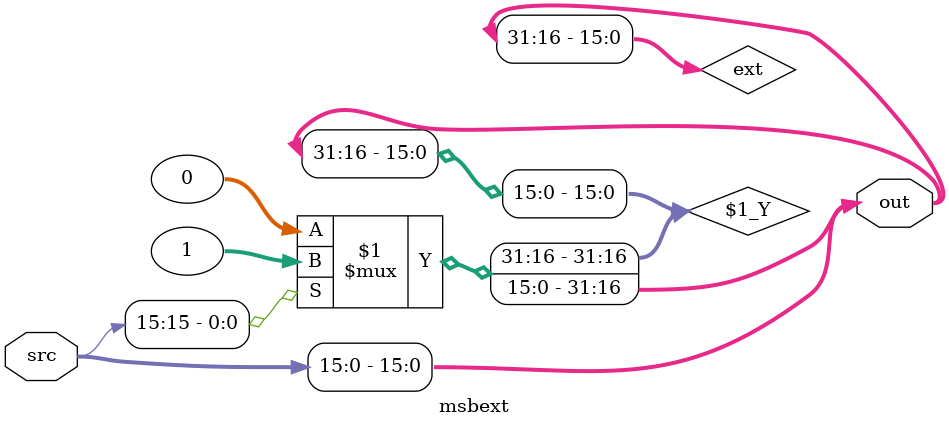
<source format=v>
module full_adder(a,b,cin,cout,sum);
    input a,b,cin;
    output cout, sum;

    assign cout = ((a^b) & cin) | (a & b);
    assign sum = a^b^cin;

endmodule

module ripple_carry_adder(a,b,f_cin,result);
    input [31:0] a, b;
    input f_cin; //0 if the op is an addition, 1 in case of substraction (2´complement)
    output[31:0] result;
    wire [31:0] carry;

    full_adder add0(a[0], b[0], f_cin, carry[0], result[0]);
    full_adder add1(a[1], b[1], carry[0], carry[1], result[1]);
    full_adder add2(a[2], b[2], carry[1], carry[2], result[2]);
    full_adder add3(a[3], b[3], carry[2], carry[3], result[3]);
    full_adder add4(a[4], b[4], carry[3], carry[4], result[4]);
    full_adder add5(a[5], b[5], carry[4], carry[5], result[5]);
    full_adder add6(a[6], b[6], carry[5], carry[6], result[6]);
    full_adder add8(a[8], b[8], carry[7], carry[8], result[8]);
    full_adder add7(a[7], b[7], carry[6], carry[7], result[7]);
    full_adder add9(a[9], b[9], carry[8], carry[9], result[9]);
    full_adder add10(a[10], b[10], carry[9],  carry[10], result[10]);
    full_adder add11(a[11], b[11], carry[10], carry[11], result[11]);
    full_adder add12(a[12], b[12], carry[11], carry[12], result[12]);
    full_adder add13(a[13], b[13], carry[12], carry[13], result[13]);
    full_adder add14(a[14], b[14], carry[13], carry[14], result[14]);
    full_adder add15(a[15], b[15], carry[14], carry[15], result[15]);
    full_adder add16(a[16], b[16], carry[15], carry[16], result[16]);
    full_adder add17(a[17], b[17], carry[16], carry[17], result[17]);
    full_adder add18(a[18], b[18], carry[17], carry[18], result[18]);
    full_adder add19(a[19], b[19], carry[18], carry[19], result[19]);
    full_adder add20(a[20], b[20], carry[19], carry[20], result[20]);
    full_adder add21(a[21], b[21], carry[20], carry[21], result[21]);
    full_adder add22(a[22], b[22], carry[21], carry[22], result[22]);
    full_adder add23(a[23], b[23], carry[22], carry[23], result[23]);
    full_adder add24(a[24], b[24], carry[23], carry[24], result[24]);
    full_adder add25(a[25], b[25], carry[24], carry[25], result[25]);
    full_adder add26(a[26], b[26], carry[25], carry[26], result[26]);
    full_adder add27(a[27], b[27], carry[26], carry[27], result[27]);
    full_adder add28(a[28], b[28], carry[27], carry[28], result[28]);
    full_adder add29(a[29], b[29], carry[28], carry[29], result[29]);
    full_adder add30(a[30], b[30], carry[29], carry[30], result[30]);
    full_adder add31(a[31], b[31], carry[30], carry[31], result[31]);
endmodule

module msbext #(parameter INITIAL = 16, parameter FINAL = 32)
               (input [INITIAL-1:0] src,
                output [FINAL-1:0] out);

  wire [FINAL-1-INITIAL:0] ext;
  assign ext = src[INITIAL-1]? 1 : 0;
  assign out = {ext,src};

endmodule

</source>
